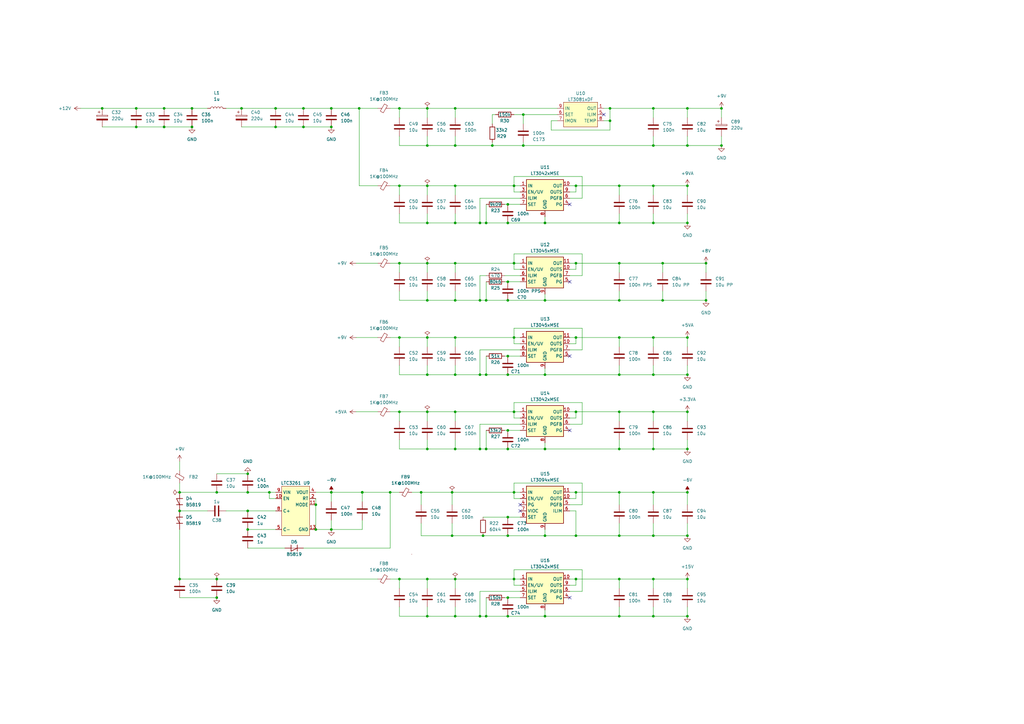
<source format=kicad_sch>
(kicad_sch (version 20211123) (generator eeschema)
  (paper "A3")
  (title_block (title "Kirdy") (date "2022-07-03") (rev "r0.1") (company "M-Labs") (comment 1 "Alex Wong Tat Hang"))
  (junction (at 175.26 237.49))
  (junction (at 223.52 184.15))
  (junction (at 236.22 76.2))
  (junction (at 210.82 201.93))
  (junction (at 78.74 44.45))
  (junction (at 210.82 76.2))
  (junction (at 236.22 168.91))
  (junction (at 185.42 219.71))
  (junction (at 101.6 217.17))
  (junction (at 254 184.15))
  (junction (at 208.28 245.11))
  (junction (at 185.42 201.93))
  (junction (at 208.28 176.53))
  (junction (at 135.89 217.17))
  (junction (at 147.32 44.45))
  (junction (at 210.82 138.43))
  (junction (at 254 91.44))
  (junction (at 148.556 201.93))
  (junction (at 250.19 49.53))
  (junction (at 208.28 252.73))
  (junction (at 196.85 184.15))
  (junction (at 88.9 237.49))
  (junction (at 199.39 252.73))
  (junction (at 186.69 138.43))
  (junction (at 208.28 184.15))
  (junction (at 78.74 52.07))
  (junction (at 267.97 44.45))
  (junction (at 267.97 76.2))
  (junction (at 199.39 153.67))
  (junction (at 254 237.49))
  (junction (at 163.83 76.2))
  (junction (at 289.56 107.95))
  (junction (at 210.82 107.95))
  (junction (at 99.06 44.45))
  (junction (at 67.31 52.07))
  (junction (at 175.26 59.69))
  (junction (at 267.97 201.93))
  (junction (at 113.03 52.07))
  (junction (at 175.26 153.67))
  (junction (at 175.26 91.44))
  (junction (at 41.91 44.45))
  (junction (at 281.94 138.43))
  (junction (at 267.97 138.43))
  (junction (at 175.26 107.95))
  (junction (at 196.85 91.44))
  (junction (at 199.39 123.19))
  (junction (at 267.97 252.73))
  (junction (at 281.94 237.49))
  (junction (at 186.69 252.73))
  (junction (at 208.28 123.19))
  (junction (at 254 219.71))
  (junction (at 148.59 201.93))
  (junction (at 223.52 153.67))
  (junction (at 223.52 91.44))
  (junction (at 250.19 44.45))
  (junction (at 101.6 209.55))
  (junction (at 281.94 76.2))
  (junction (at 281.94 201.93))
  (junction (at 281.94 168.91))
  (junction (at 186.69 107.95))
  (junction (at 289.56 123.19))
  (junction (at 295.91 44.45))
  (junction (at 186.69 237.49))
  (junction (at 186.69 184.15))
  (junction (at 163.83 168.91))
  (junction (at 236.22 219.71))
  (junction (at 214.63 59.69))
  (junction (at 254 168.91))
  (junction (at 281.94 252.73))
  (junction (at 223.52 123.19))
  (junction (at 186.69 76.2))
  (junction (at 198.12 219.71))
  (junction (at 281.94 184.15))
  (junction (at 281.94 44.45))
  (junction (at 135.89 201.93))
  (junction (at 186.69 91.44))
  (junction (at 267.97 168.91))
  (junction (at 175.26 168.91))
  (junction (at 281.94 219.71))
  (junction (at 160.02 201.93))
  (junction (at 186.69 59.69))
  (junction (at 208.28 83.82))
  (junction (at 135.89 52.07))
  (junction (at 236.22 201.93))
  (junction (at 113.03 44.45))
  (junction (at 254 153.67))
  (junction (at 254 138.43))
  (junction (at 210.82 168.91))
  (junction (at 281.94 91.44))
  (junction (at 267.97 59.69))
  (junction (at 267.97 184.15))
  (junction (at 271.78 123.19))
  (junction (at 254 76.2))
  (junction (at 101.6 201.93))
  (junction (at 163.83 138.43))
  (junction (at 186.69 123.19))
  (junction (at 175.26 252.73))
  (junction (at 135.89 44.45))
  (junction (at 196.85 123.19))
  (junction (at 208.28 91.44))
  (junction (at 172.72 201.93))
  (junction (at 208.28 153.67))
  (junction (at 73.66 209.55))
  (junction (at 201.93 59.69))
  (junction (at 267.97 237.49))
  (junction (at 208.28 212.09))
  (junction (at 196.85 252.73))
  (junction (at 124.46 52.07))
  (junction (at 175.26 184.15))
  (junction (at 163.83 107.95))
  (junction (at 186.69 153.67))
  (junction (at 88.9 201.93))
  (junction (at 254 201.93))
  (junction (at 110.49 201.93))
  (junction (at 208.28 115.57))
  (junction (at 236.22 107.95))
  (junction (at 267.97 219.71))
  (junction (at 208.28 146.05))
  (junction (at 223.52 252.73))
  (junction (at 73.66 201.93))
  (junction (at 175.26 123.19))
  (junction (at 295.91 59.69))
  (junction (at 281.94 59.69))
  (junction (at 55.88 52.07))
  (junction (at 236.22 237.49))
  (junction (at 281.94 153.67))
  (junction (at 223.52 219.71))
  (junction (at 208.28 219.71))
  (junction (at 214.63 46.99))
  (junction (at 271.78 107.95))
  (junction (at 175.26 76.2))
  (junction (at 175.26 138.43))
  (junction (at 163.83 44.45))
  (junction (at 199.39 184.15))
  (junction (at 101.6 194.31))
  (junction (at 88.9 245.11))
  (junction (at 267.97 91.44))
  (junction (at 254 123.19))
  (junction (at 175.26 44.45))
  (junction (at 210.82 237.49))
  (junction (at 254 252.73))
  (junction (at 73.66 237.49))
  (junction (at 163.83 237.49))
  (junction (at 186.69 168.91))
  (junction (at 129.54 207.01))
  (junction (at 67.31 44.45))
  (junction (at 267.97 153.67))
  (junction (at 124.46 44.45))
  (junction (at 55.88 44.45))
  (junction (at 186.69 44.45))
  (junction (at 254 107.95))
  (junction (at 129.54 217.17))
  (junction (at 236.22 138.43))
  (junction (at 199.39 91.44))
  (junction (at 196.85 153.67))
  (no_connect (at 233.68 115.57))
  (no_connect (at 233.68 176.53))
  (no_connect (at 233.68 245.11))
  (no_connect (at 247.65 46.99))
  (no_connect (at 213.36 209.55))
  (no_connect (at 213.36 207.01))
  (no_connect (at 233.68 83.82))
  (no_connect (at 233.68 146.05))
  (wire (pts (xy 88.9 201.93) (xy 101.6 201.93)))
  (wire (pts (xy 207.01 176.53) (xy 208.28 176.53)))
  (wire (pts (xy 267.97 214.63) (xy 267.97 219.71)))
  (wire (pts (xy 267.97 153.67) (xy 267.97 149.86)))
  (wire (pts (xy 196.85 81.28) (xy 196.85 91.44)))
  (wire (pts (xy 175.26 241.3) (xy 175.26 237.49)))
  (wire (pts (xy 160.02 237.49) (xy 163.83 237.49)))
  (wire (pts (xy 254 237.49) (xy 254 241.3)))
  (wire (pts (xy 233.68 140.97) (xy 236.22 140.97)))
  (wire (pts (xy 148.59 201.93) (xy 148.59 205.74)))
  (wire (pts (xy 281.94 252.73) (xy 281.94 248.92)))
  (wire (pts (xy 254 107.95) (xy 254 111.76)))
  (wire (pts (xy 135.89 213.36) (xy 135.89 217.17)))
  (wire (pts (xy 163.83 252.73) (xy 163.83 248.92)))
  (wire (pts (xy 208.28 176.53) (xy 213.36 176.53)))
  (wire (pts (xy 124.46 44.45) (xy 135.89 44.45)))
  (wire (pts (xy 135.89 217.17) (xy 129.54 217.17)))
  (wire (pts (xy 201.93 58.42) (xy 201.93 59.69)))
  (wire (pts (xy 196.85 91.44) (xy 199.39 91.44)))
  (wire (pts (xy 271.78 107.95) (xy 271.78 111.76)))
  (wire (pts (xy 267.97 252.73) (xy 281.94 252.73)))
  (wire (pts (xy 160.02 107.95) (xy 163.83 107.95)))
  (wire (pts (xy 186.69 172.72) (xy 186.69 168.91)))
  (wire (pts (xy 196.85 113.03) (xy 199.39 113.03)))
  (wire (pts (xy 236.22 219.71) (xy 223.52 219.71)))
  (wire (pts (xy 175.26 123.19) (xy 186.69 123.19)))
  (wire (pts (xy 175.26 252.73) (xy 175.26 248.92)))
  (wire (pts (xy 186.69 123.19) (xy 196.85 123.19)))
  (wire (pts (xy 185.42 219.71) (xy 198.12 219.71)))
  (wire (pts (xy 201.93 50.8) (xy 201.93 46.99)))
  (wire (pts (xy 267.97 153.67) (xy 281.94 153.67)))
  (wire (pts (xy 207.01 115.57) (xy 208.28 115.57)))
  (wire (pts (xy 175.26 123.19) (xy 175.26 119.38)))
  (wire (pts (xy 210.82 76.2) (xy 213.36 76.2)))
  (wire (pts (xy 163.83 59.69) (xy 175.26 59.69)))
  (wire (pts (xy 210.82 237.49) (xy 213.36 237.49)))
  (wire (pts (xy 254 219.71) (xy 254 214.63)))
  (wire (pts (xy 199.39 184.15) (xy 208.28 184.15)))
  (wire (pts (xy 129.54 201.93) (xy 135.89 201.93)))
  (wire (pts (xy 175.26 142.24) (xy 175.26 138.43)))
  (wire (pts (xy 199.39 252.73) (xy 208.28 252.73)))
  (wire (pts (xy 186.69 80.01) (xy 186.69 76.2)))
  (wire (pts (xy 199.39 245.11) (xy 199.39 252.73)))
  (wire (pts (xy 172.72 214.63) (xy 172.72 219.71)))
  (wire (pts (xy 92.71 209.55) (xy 101.6 209.55)))
  (wire (pts (xy 208.28 184.15) (xy 223.52 184.15)))
  (wire (pts (xy 175.26 184.15) (xy 186.69 184.15)))
  (wire (pts (xy 208.28 91.44) (xy 223.52 91.44)))
  (wire (pts (xy 213.36 204.47) (xy 210.82 204.47)))
  (wire (pts (xy 135.89 44.45) (xy 147.32 44.45)))
  (wire (pts (xy 254 219.71) (xy 267.97 219.71)))
  (wire (pts (xy 208.28 115.57) (xy 213.36 115.57)))
  (wire (pts (xy 163.83 252.73) (xy 175.26 252.73)))
  (wire (pts (xy 185.42 201.93) (xy 210.82 201.93)))
  (wire (pts (xy 186.69 168.91) (xy 210.82 168.91)))
  (wire (pts (xy 199.39 115.57) (xy 199.39 123.19)))
  (wire (pts (xy 175.26 76.2) (xy 186.69 76.2)))
  (wire (pts (xy 186.69 91.44) (xy 186.69 87.63)))
  (wire (pts (xy 199.39 146.05) (xy 199.39 153.67)))
  (wire (pts (xy 254 153.67) (xy 254 149.86)))
  (wire (pts (xy 238.76 134.62) (xy 210.82 134.62)))
  (wire (pts (xy 199.39 153.67) (xy 208.28 153.67)))
  (wire (pts (xy 172.72 219.71) (xy 185.42 219.71)))
  (wire (pts (xy 223.52 91.44) (xy 254 91.44)))
  (wire (pts (xy 236.22 240.03) (xy 236.22 237.49)))
  (wire (pts (xy 101.6 224.79) (xy 116.84 224.79)))
  (wire (pts (xy 198.12 219.71) (xy 208.28 219.71)))
  (wire (pts (xy 254 184.15) (xy 254 180.34)))
  (wire (pts (xy 210.82 140.97) (xy 210.82 138.43)))
  (wire (pts (xy 55.88 52.07) (xy 67.31 52.07)))
  (wire (pts (xy 196.85 81.28) (xy 213.36 81.28)))
  (wire (pts (xy 148.556 201.93) (xy 148.59 201.93)))
  (wire (pts (xy 281.94 59.69) (xy 267.97 59.69)))
  (wire (pts (xy 226.06 49.53) (xy 228.6 49.53)))
  (wire (pts (xy 213.36 110.49) (xy 210.82 110.49)))
  (wire (pts (xy 254 107.95) (xy 271.78 107.95)))
  (wire (pts (xy 267.97 91.44) (xy 267.97 87.63)))
  (wire (pts (xy 223.52 250.19) (xy 223.52 252.73)))
  (wire (pts (xy 254 123.19) (xy 254 119.38)))
  (wire (pts (xy 254 201.93) (xy 267.97 201.93)))
  (wire (pts (xy 186.69 44.45) (xy 228.6 44.45)))
  (wire (pts (xy 196.85 173.99) (xy 213.36 173.99)))
  (wire (pts (xy 175.26 184.15) (xy 175.26 180.34)))
  (wire (pts (xy 233.68 113.03) (xy 238.76 113.03)))
  (wire (pts (xy 210.82 107.95) (xy 213.36 107.95)))
  (wire (pts (xy 186.69 241.3) (xy 186.69 237.49)))
  (wire (pts (xy 254 237.49) (xy 267.97 237.49)))
  (wire (pts (xy 146.05 168.91) (xy 154.94 168.91)))
  (wire (pts (xy 236.22 237.49) (xy 254 237.49)))
  (wire (pts (xy 210.82 201.93) (xy 213.36 201.93)))
  (wire (pts (xy 250.19 44.45) (xy 250.19 49.53)))
  (wire (pts (xy 207.01 245.11) (xy 208.28 245.11)))
  (wire (pts (xy 210.82 78.74) (xy 210.82 76.2)))
  (wire (pts (xy 196.85 252.73) (xy 199.39 252.73)))
  (wire (pts (xy 186.69 153.67) (xy 196.85 153.67)))
  (wire (pts (xy 236.22 219.71) (xy 254 219.71)))
  (wire (pts (xy 210.82 138.43) (xy 213.36 138.43)))
  (wire (pts (xy 73.66 198.12) (xy 73.66 201.93)))
  (wire (pts (xy 238.76 173.99) (xy 238.76 165.1)))
  (wire (pts (xy 175.26 172.72) (xy 175.26 168.91)))
  (wire (pts (xy 113.03 52.07) (xy 124.46 52.07)))
  (wire (pts (xy 73.66 237.49) (xy 73.66 217.17)))
  (wire (pts (xy 238.76 165.1) (xy 210.82 165.1)))
  (wire (pts (xy 208.28 123.19) (xy 223.52 123.19)))
  (wire (pts (xy 113.03 44.45) (xy 124.46 44.45)))
  (wire (pts (xy 281.94 76.2) (xy 281.94 80.01)))
  (wire (pts (xy 163.83 172.72) (xy 163.83 168.91)))
  (wire (pts (xy 281.94 184.15) (xy 281.94 180.34)))
  (wire (pts (xy 201.93 46.99) (xy 203.2 46.99)))
  (wire (pts (xy 238.76 104.14) (xy 210.82 104.14)))
  (wire (pts (xy 210.82 240.03) (xy 210.82 237.49)))
  (wire (pts (xy 281.94 168.91) (xy 281.94 172.72)))
  (wire (pts (xy 163.83 107.95) (xy 175.26 107.95)))
  (wire (pts (xy 233.68 143.51) (xy 238.76 143.51)))
  (wire (pts (xy 267.97 48.26) (xy 267.97 44.45)))
  (wire (pts (xy 196.85 113.03) (xy 196.85 123.19)))
  (wire (pts (xy 236.22 201.93) (xy 254 201.93)))
  (wire (pts (xy 73.66 237.49) (xy 88.9 237.49)))
  (wire (pts (xy 175.26 168.91) (xy 186.69 168.91)))
  (wire (pts (xy 233.68 240.03) (xy 236.22 240.03)))
  (wire (pts (xy 201.93 59.69) (xy 214.63 59.69)))
  (wire (pts (xy 175.26 44.45) (xy 186.69 44.45)))
  (wire (pts (xy 160.02 44.45) (xy 163.83 44.45)))
  (wire (pts (xy 124.46 52.07) (xy 135.89 52.07)))
  (wire (pts (xy 236.22 138.43) (xy 254 138.43)))
  (wire (pts (xy 110.49 201.93) (xy 113.03 201.93)))
  (wire (pts (xy 233.68 173.99) (xy 238.76 173.99)))
  (wire (pts (xy 210.82 134.62) (xy 210.82 138.43)))
  (wire (pts (xy 267.97 76.2) (xy 267.97 80.01)))
  (wire (pts (xy 267.97 138.43) (xy 281.94 138.43)))
  (wire (pts (xy 267.97 44.45) (xy 281.94 44.45)))
  (wire (pts (xy 254 91.44) (xy 267.97 91.44)))
  (wire (pts (xy 271.78 123.19) (xy 271.78 119.38)))
  (wire (pts (xy 214.63 46.99) (xy 228.6 46.99)))
  (wire (pts (xy 238.76 113.03) (xy 238.76 104.14)))
  (wire (pts (xy 223.52 151.13) (xy 223.52 153.67)))
  (wire (pts (xy 233.68 138.43) (xy 236.22 138.43)))
  (wire (pts (xy 163.83 59.69) (xy 163.83 55.88)))
  (wire (pts (xy 233.68 81.28) (xy 238.76 81.28)))
  (wire (pts (xy 196.85 153.67) (xy 199.39 153.67)))
  (wire (pts (xy 163.83 123.19) (xy 175.26 123.19)))
  (wire (pts (xy 223.52 181.61) (xy 223.52 184.15)))
  (wire (pts (xy 113.03 204.47) (xy 110.49 204.47)))
  (wire (pts (xy 73.66 245.11) (xy 88.9 245.11)))
  (wire (pts (xy 186.69 59.69) (xy 201.93 59.69)))
  (wire (pts (xy 186.69 153.67) (xy 186.69 149.86)))
  (wire (pts (xy 186.69 123.19) (xy 186.69 119.38)))
  (wire (pts (xy 233.68 76.2) (xy 236.22 76.2)))
  (wire (pts (xy 185.42 214.63) (xy 185.42 219.71)))
  (wire (pts (xy 208.28 252.73) (xy 223.52 252.73)))
  (wire (pts (xy 175.26 252.73) (xy 186.69 252.73)))
  (wire (pts (xy 168.91 201.93) (xy 172.72 201.93)))
  (wire (pts (xy 186.69 48.26) (xy 186.69 44.45)))
  (wire (pts (xy 135.89 201.93) (xy 148.556 201.93)))
  (wire (pts (xy 281.94 44.45) (xy 295.91 44.45)))
  (wire (pts (xy 199.39 176.53) (xy 199.39 184.15)))
  (wire (pts (xy 254 168.91) (xy 254 172.72)))
  (wire (pts (xy 254 201.93) (xy 254 207.01)))
  (wire (pts (xy 185.42 201.93) (xy 185.42 207.01)))
  (wire (pts (xy 135.89 201.93) (xy 135.89 205.74)))
  (wire (pts (xy 213.36 78.74) (xy 210.82 78.74)))
  (wire (pts (xy 281.94 48.26) (xy 281.94 44.45)))
  (wire (pts (xy 163.83 237.49) (xy 175.26 237.49)))
  (wire (pts (xy 196.85 143.51) (xy 213.36 143.51)))
  (wire (pts (xy 186.69 252.73) (xy 186.69 248.92)))
  (wire (pts (xy 175.26 153.67) (xy 175.26 149.86)))
  (wire (pts (xy 233.68 168.91) (xy 236.22 168.91)))
  (wire (pts (xy 226.06 49.53) (xy 226.06 53.34)))
  (wire (pts (xy 186.69 138.43) (xy 210.82 138.43)))
  (wire (pts (xy 250.19 49.53) (xy 247.65 49.53)))
  (wire (pts (xy 254 123.19) (xy 271.78 123.19)))
  (wire (pts (xy 233.68 171.45) (xy 236.22 171.45)))
  (wire (pts (xy 254 91.44) (xy 254 87.63)))
  (wire (pts (xy 238.76 81.28) (xy 238.76 72.39)))
  (wire (pts (xy 214.63 46.99) (xy 214.63 50.8)))
  (wire (pts (xy 213.36 240.03) (xy 210.82 240.03)))
  (wire (pts (xy 236.22 209.55) (xy 236.22 219.71)))
  (wire (pts (xy 163.83 80.01) (xy 163.83 76.2)))
  (wire (pts (xy 223.52 123.19) (xy 254 123.19)))
  (wire (pts (xy 254 153.67) (xy 267.97 153.67)))
  (wire (pts (xy 101.6 217.17) (xy 113.03 217.17)))
  (wire (pts (xy 163.83 241.3) (xy 163.83 237.49)))
  (wire (pts (xy 233.68 242.57) (xy 238.76 242.57)))
  (wire (pts (xy 236.22 168.91) (xy 254 168.91)))
  (wire (pts (xy 223.52 219.71) (xy 223.52 217.17)))
  (wire (pts (xy 160.02 224.79) (xy 160.02 201.93)))
  (wire (pts (xy 163.83 48.26) (xy 163.83 44.45)))
  (wire (pts (xy 250.19 53.34) (xy 250.19 49.53)))
  (wire (pts (xy 78.74 44.45) (xy 85.09 44.45)))
  (wire (pts (xy 214.63 58.42) (xy 214.63 59.69)))
  (wire (pts (xy 267.97 201.93) (xy 281.94 201.93)))
  (wire (pts (xy 148.59 217.17) (xy 135.89 217.17)))
  (wire (pts (xy 92.71 44.45) (xy 99.06 44.45)))
  (wire (pts (xy 295.91 44.45) (xy 295.91 48.26)))
  (wire (pts (xy 175.26 48.26) (xy 175.26 44.45)))
  (wire (pts (xy 163.83 153.67) (xy 175.26 153.67)))
  (wire (pts (xy 175.26 153.67) (xy 186.69 153.67)))
  (wire (pts (xy 160.02 201.93) (xy 163.83 201.93)))
  (wire (pts (xy 267.97 237.49) (xy 281.94 237.49)))
  (wire (pts (xy 175.26 111.76) (xy 175.26 107.95)))
  (wire (pts (xy 110.49 204.47) (xy 110.49 201.93)))
  (wire (pts (xy 175.26 59.69) (xy 175.26 55.88)))
  (wire (pts (xy 210.82 168.91) (xy 213.36 168.91)))
  (wire (pts (xy 267.97 201.93) (xy 267.97 207.01)))
  (wire (pts (xy 198.12 212.09) (xy 208.28 212.09)))
  (wire (pts (xy 254 252.73) (xy 254 248.92)))
  (wire (pts (xy 233.68 78.74) (xy 236.22 78.74)))
  (wire (pts (xy 172.72 201.93) (xy 172.72 207.01)))
  (wire (pts (xy 210.82 110.49) (xy 210.82 107.95)))
  (wire (pts (xy 33.02 44.45) (xy 41.91 44.45)))
  (wire (pts (xy 238.76 72.39) (xy 210.82 72.39)))
  (wire (pts (xy 199.39 123.19) (xy 208.28 123.19)))
  (wire (pts (xy 254 252.73) (xy 267.97 252.73)))
  (wire (pts (xy 236.22 107.95) (xy 254 107.95)))
  (wire (pts (xy 236.22 140.97) (xy 236.22 138.43)))
  (wire (pts (xy 129.54 207.01) (xy 129.54 217.17)))
  (wire (pts (xy 267.97 252.73) (xy 267.97 248.92)))
  (wire (pts (xy 233.68 110.49) (xy 236.22 110.49)))
  (wire (pts (xy 41.91 44.45) (xy 55.88 44.45)))
  (wire (pts (xy 186.69 59.69) (xy 186.69 55.88)))
  (wire (pts (xy 163.83 76.2) (xy 175.26 76.2)))
  (wire (pts (xy 154.94 76.2) (xy 147.32 76.2)))
  (wire (pts (xy 267.97 55.88) (xy 267.97 59.69)))
  (wire (pts (xy 163.83 153.67) (xy 163.83 149.86)))
  (wire (pts (xy 271.78 123.19) (xy 289.56 123.19)))
  (wire (pts (xy 175.26 107.95) (xy 186.69 107.95)))
  (wire (pts (xy 196.85 242.57) (xy 196.85 252.73)))
  (wire (pts (xy 267.97 91.44) (xy 281.94 91.44)))
  (wire (pts (xy 73.66 209.55) (xy 85.09 209.55)))
  (wire (pts (xy 186.69 237.49) (xy 210.82 237.49)))
  (wire (pts (xy 101.6 201.93) (xy 110.49 201.93)))
  (wire (pts (xy 99.06 44.45) (xy 113.03 44.45)))
  (wire (pts (xy 186.69 184.15) (xy 186.69 180.34)))
  (wire (pts (xy 236.22 110.49) (xy 236.22 107.95)))
  (wire (pts (xy 73.66 189.23) (xy 73.66 193.04)))
  (wire (pts (xy 210.82 46.99) (xy 214.63 46.99)))
  (wire (pts (xy 147.32 44.45) (xy 147.32 76.2)))
  (wire (pts (xy 146.05 107.95) (xy 154.94 107.95)))
  (wire (pts (xy 175.26 91.44) (xy 186.69 91.44)))
  (wire (pts (xy 233.68 107.95) (xy 236.22 107.95)))
  (wire (pts (xy 210.82 72.39) (xy 210.82 76.2)))
  (wire (pts (xy 254 76.2) (xy 267.97 76.2)))
  (wire (pts (xy 233.68 237.49) (xy 236.22 237.49)))
  (wire (pts (xy 196.85 123.19) (xy 199.39 123.19)))
  (wire (pts (xy 238.76 198.12) (xy 210.82 198.12)))
  (wire (pts (xy 247.65 44.45) (xy 250.19 44.45)))
  (wire (pts (xy 146.05 138.43) (xy 154.94 138.43)))
  (wire (pts (xy 196.85 143.51) (xy 196.85 153.67)))
  (wire (pts (xy 281.94 91.44) (xy 281.94 87.63)))
  (wire (pts (xy 41.91 52.07) (xy 55.88 52.07)))
  (wire (pts (xy 196.85 173.99) (xy 196.85 184.15)))
  (wire (pts (xy 281.94 138.43) (xy 281.94 142.24)))
  (wire (pts (xy 281.94 153.67) (xy 281.94 149.86)))
  (wire (pts (xy 233.68 204.47) (xy 236.22 204.47)))
  (wire (pts (xy 88.9 237.49) (xy 154.94 237.49)))
  (wire (pts (xy 199.39 91.44) (xy 208.28 91.44)))
  (wire (pts (xy 238.76 207.01) (xy 238.76 198.12)))
  (wire (pts (xy 163.83 168.91) (xy 175.26 168.91)))
  (wire (pts (xy 236.22 78.74) (xy 236.22 76.2)))
  (wire (pts (xy 207.01 146.05) (xy 208.28 146.05)))
  (wire (pts (xy 196.85 184.15) (xy 199.39 184.15)))
  (wire (pts (xy 226.06 53.34) (xy 250.19 53.34)))
  (wire (pts (xy 196.85 242.57) (xy 213.36 242.57)))
  (wire (pts (xy 208.28 153.67) (xy 223.52 153.67)))
  (wire (pts (xy 210.82 171.45) (xy 210.82 168.91)))
  (wire (pts (xy 186.69 76.2) (xy 210.82 76.2)))
  (wire (pts (xy 210.82 198.12) (xy 210.82 201.93)))
  (wire (pts (xy 214.63 59.69) (xy 267.97 59.69)))
  (wire (pts (xy 147.32 44.45) (xy 154.94 44.45)))
  (wire (pts (xy 213.36 140.97) (xy 210.82 140.97)))
  (wire (pts (xy 238.76 242.57) (xy 238.76 233.68)))
  (wire (pts (xy 88.9 194.31) (xy 101.6 194.31)))
  (wire (pts (xy 289.56 123.19) (xy 289.56 119.38)))
  (wire (pts (xy 267.97 168.91) (xy 267.97 172.72)))
  (wire (pts (xy 267.97 76.2) (xy 281.94 76.2)))
  (wire (pts (xy 186.69 142.24) (xy 186.69 138.43)))
  (wire (pts (xy 295.91 55.88) (xy 295.91 59.69)))
  (wire (pts (xy 67.31 52.07) (xy 78.74 52.07)))
  (wire (pts (xy 210.82 204.47) (xy 210.82 201.93)))
  (wire (pts (xy 238.76 233.68) (xy 210.82 233.68)))
  (wire (pts (xy 254 138.43) (xy 267.97 138.43)))
  (wire (pts (xy 223.52 120.65) (xy 223.52 123.19)))
  (wire (pts (xy 267.97 219.71) (xy 281.94 219.71)))
  (wire (pts (xy 208.28 245.11) (xy 213.36 245.11)))
  (wire (pts (xy 223.52 88.9) (xy 223.52 91.44)))
  (wire (pts (xy 267.97 237.49) (xy 267.97 241.3)))
  (wire (pts (xy 254 184.15) (xy 267.97 184.15)))
  (wire (pts (xy 236.22 171.45) (xy 236.22 168.91)))
  (wire (pts (xy 210.82 233.68) (xy 210.82 237.49)))
  (wire (pts (xy 163.83 111.76) (xy 163.83 107.95)))
  (wire (pts (xy 55.88 44.45) (xy 67.31 44.45)))
  (wire (pts (xy 199.39 83.82) (xy 199.39 91.44)))
  (wire (pts (xy 160.02 168.91) (xy 163.83 168.91)))
  (wire (pts (xy 124.46 224.79) (xy 160.02 224.79)))
  (wire (pts (xy 254 138.43) (xy 254 142.24)))
  (wire (pts (xy 208.28 212.09) (xy 213.36 212.09)))
  (wire (pts (xy 210.82 165.1) (xy 210.82 168.91)))
  (wire (pts (xy 271.78 107.95) (xy 289.56 107.95)))
  (wire (pts (xy 160.02 76.2) (xy 163.83 76.2)))
  (wire (pts (xy 163.83 123.19) (xy 163.83 119.38)))
  (wire (pts (xy 67.31 44.45) (xy 78.74 44.45)))
  (wire (pts (xy 175.26 59.69) (xy 186.69 59.69)))
  (wire (pts (xy 163.83 184.15) (xy 175.26 184.15)))
  (wire (pts (xy 208.28 146.05) (xy 213.36 146.05)))
  (wire (pts (xy 175.26 237.49) (xy 186.69 237.49)))
  (wire (pts (xy 254 168.91) (xy 267.97 168.91)))
  (wire (pts (xy 186.69 111.76) (xy 186.69 107.95)))
  (wire (pts (xy 160.02 201.93) (xy 148.59 201.93)))
  (wire (pts (xy 172.72 201.93) (xy 185.42 201.93)))
  (wire (pts (xy 175.26 91.44) (xy 175.26 87.63)))
  (wire (pts (xy 281.94 201.93) (xy 281.94 207.01)))
  (wire (pts (xy 99.06 52.07) (xy 113.03 52.07)))
  (wire (pts (xy 101.6 209.55) (xy 113.03 209.55)))
  (wire (pts (xy 223.52 153.67) (xy 254 153.67)))
  (wire (pts (xy 238.76 143.51) (xy 238.76 134.62)))
  (wire (pts (xy 73.66 201.93) (xy 88.9 201.93)))
  (wire (pts (xy 175.26 138.43) (xy 186.69 138.43)))
  (wire (pts (xy 186.69 107.95) (xy 210.82 107.95)))
  (wire (pts (xy 267.97 168.91) (xy 281.94 168.91)))
  (wire (pts (xy 233.68 207.01) (xy 238.76 207.01)))
  (wire (pts (xy 163.83 91.44) (xy 175.26 91.44)))
  (wire (pts (xy 236.22 76.2) (xy 254 76.2)))
  (wire (pts (xy 236.22 204.47) (xy 236.22 201.93)))
  (wire (pts (xy 250.19 44.45) (xy 267.97 44.45)))
  (wire (pts (xy 160.02 138.43) (xy 163.83 138.43)))
  (wire (pts (xy 208.28 219.71) (xy 223.52 219.71)))
  (wire (pts (xy 236.22 209.55) (xy 233.68 209.55)))
  (wire (pts (xy 186.69 184.15) (xy 196.85 184.15)))
  (wire (pts (xy 267.97 184.15) (xy 267.97 180.34)))
  (wire (pts (xy 207.01 83.82) (xy 208.28 83.82)))
  (wire (pts (xy 267.97 138.43) (xy 267.97 142.24)))
  (wire (pts (xy 213.36 171.45) (xy 210.82 171.45)))
  (wire (pts (xy 233.68 201.93) (xy 236.22 201.93)))
  (wire (pts (xy 254 76.2) (xy 254 80.01)))
  (wire (pts (xy 163.83 44.45) (xy 175.26 44.45)))
  (wire (pts (xy 223.52 184.15) (xy 254 184.15)))
  (wire (pts (xy 163.83 138.43) (xy 175.26 138.43)))
  (wire (pts (xy 208.28 83.82) (xy 213.36 83.82)))
  (wire (pts (xy 186.69 91.44) (xy 196.85 91.44)))
  (wire (pts (xy 163.83 91.44) (xy 163.83 87.63)))
  (wire (pts (xy 289.56 107.95) (xy 289.56 111.76)))
  (wire (pts (xy 281.94 237.49) (xy 281.94 241.3)))
  (wire (pts (xy 148.59 213.36) (xy 148.59 217.17)))
  (wire (pts (xy 281.94 55.88) (xy 281.94 59.69)))
  (wire (pts (xy 129.54 204.47) (xy 129.54 207.01)))
  (wire (pts (xy 281.94 59.69) (xy 295.91 59.69)))
  (wire (pts (xy 223.52 252.73) (xy 254 252.73)))
  (wire (pts (xy 186.69 252.73) (xy 196.85 252.73)))
  (wire (pts (xy 267.97 184.15) (xy 281.94 184.15)))
  (wire (pts (xy 210.82 104.14) (xy 210.82 107.95)))
  (wire (pts (xy 281.94 214.63) (xy 281.94 219.71)))
  (wire (pts (xy 175.26 80.01) (xy 175.26 76.2)))
  (wire (pts (xy 163.83 184.15) (xy 163.83 180.34)))
  (wire (pts (xy 207.01 113.03) (xy 213.36 113.03)))
  (wire (pts (xy 163.83 142.24) (xy 163.83 138.43)))
  (symbol (lib_id "Device:R") (at 198.12 215.9 0) (unit 1)
    (property "Reference" "R22" (at 200.66 214.6299 0) (effects (justify left)))
    (property "Value" "60k4" (at 200.66 217.1699 0) (effects (justify left)))
    (property "Footprint" "Resistor_SMD:R_0603_1608Metric" (effects hide))
    (property "MFR_PN" "RT0603FRE0760K4L" (effects hide))
    (property "MFR_PN_ALT" "RC0603FR-0760K4L" (effects hide))
  )
  (symbol (lib_id "Device:C") (at 254 83.82 0) (unit 1)
    (property "Reference" "C76" (at 257.81 82.5499 0) (effects (justify left)))
    (property "Value" "100n" (at 257.81 85.0899 0) (effects (justify left)))
    (property "Footprint" "Capacitor_SMD:C_0603_1608Metric" (effects hide))
    (property "MFR_PN" "CL10B104KB8NNWC" (effects hide))
    (property "MFR_PN_ALT" "CL10B104KB8NNNL" (effects hide))
  )
  (symbol (lib_id "power:+5VA") (at 281.94 138.43 0) (unit 1)
    (property "Reference" "#PWR074" (effects hide))
    (property "Value" "+5VA" (at 281.94 133.35 0))
  )
  (symbol (lib_id "Device:C") (at 101.6 213.36 0) (unit 1)
    (property "Reference" "C42" (at 105.41 212.0899 0) (effects (justify left)))
    (property "Value" "1u" (at 105.41 214.6299 0) (effects (justify left)))
    (property "Footprint" "Capacitor_SMD:C_0603_1608Metric" (effects hide))
    (property "MFR_PN" "CL10B105KA8NNNC" (effects hide))
    (property "MFR_PN_ALT" "CGA3E1X7R1E105K080AC" (effects hide))
  )
  (symbol (lib_id "power:PWR_FLAG") (at 175.26 76.2 0) (unit 1)
    (property "Reference" "#FLG0106" (effects hide))
    (property "Value" "PWR_FLAG" (effects hide))
  )
  (symbol (lib_id "Device:C") (at 148.59 209.55 0) (unit 1)
    (property "Reference" "C48" (at 152.4 208.2799 0) (effects (justify left)))
    (property "Value" "10u" (at 152.4 210.8199 0) (effects (justify left)))
    (property "Footprint" "Capacitor_SMD:C_0805_2012Metric" (effects hide))
    (property "MFR_PN" "CL21B106KOQNNNG" (effects hide))
    (property "MFR_PN_ALT" "CL21B106KOQNNNE" (effects hide))
  )
  (symbol (lib_id "Device:R") (at 203.2 83.82 90) (unit 1)
    (property "Reference" "R23" (at 203.2 86.36 90))
    (property "Value" "9k09" (at 203.2 83.82 90))
    (property "Footprint" "Resistor_SMD:R_0603_1608Metric" (effects hide))
    (property "MFR_PN" "CR0603-FX-9091ELF" (effects hide))
    (property "MFR_PN_ALT" "RK73H1JTTD9091F" (effects hide))
  )
  (symbol (lib_id "Device:R") (at 203.2 245.11 90) (unit 1)
    (property "Reference" "R28" (at 203.2 247.65 90))
    (property "Value" "150k" (at 203.2 245.11 90))
    (property "Footprint" "Resistor_SMD:R_0603_1608Metric" (effects hide))
    (property "MFR_PN" "CRGCQ0603F150K" (effects hide))
    (property "MFR_PN_ALT" "RMCF0603FG150K" (effects hide))
  )
  (symbol (lib_id "Device:C") (at 281.94 210.82 0) (unit 1)
    (property "Reference" "C94" (at 285.75 209.5499 0) (effects (justify left)))
    (property "Value" "10u" (at 285.75 212.0899 0) (effects (justify left)))
    (property "Footprint" "Capacitor_SMD:C_0805_2012Metric" (effects hide))
    (property "MFR_PN" "CL21B106KOQNNNG" (effects hide))
    (property "MFR_PN_ALT" "CL21B106KOQNNNE" (effects hide))
  )
  (symbol (lib_id "Device:C") (at 186.69 83.82 0) (unit 1)
    (property "Reference" "C64" (at 190.5 82.5499 0) (effects (justify left)))
    (property "Value" "100n" (at 190.5 85.0899 0) (effects (justify left)))
    (property "Footprint" "Capacitor_SMD:C_0603_1608Metric" (effects hide))
    (property "MFR_PN" "CL10B104KB8NNWC" (effects hide))
    (property "MFR_PN_ALT" "CL10B104KB8NNNL" (effects hide))
  )
  (symbol (lib_id "Device:C") (at 113.03 48.26 0) (unit 1)
    (property "Reference" "C44" (at 116.84 46.9899 0) (effects (justify left)))
    (property "Value" "10u" (at 116.84 49.5299 0) (effects (justify left)))
    (property "Footprint" "Capacitor_SMD:C_0805_2012Metric" (effects hide))
    (property "MFR_PN" "CL21B106KOQNNNG" (effects hide))
    (property "MFR_PN_ALT" "CL21B106KOQNNNE" (effects hide))
  )
  (symbol (lib_id "power:PWR_FLAG") (at 175.26 107.95 0) (unit 1)
    (property "Reference" "#FLG0108" (effects hide))
    (property "Value" "PWR_FLAG" (effects hide))
  )
  (symbol (lib_id "Device:FerriteBead_Small") (at 73.66 195.58 180) (unit 1)
    (property "Reference" "FB2" (at 77.47 195.58 0) (effects (justify right)))
    (property "Value" "1K@100MHz" (at 58.42 195.58 0) (effects (justify right)))
    (property "Footprint" "Inductor_SMD:L_1210_3225Metric" (effects hide))
    (property "MFR_PN" "FBMH3225HM102NT" (effects hide))
    (property "MFR_PN_ALT" "FBMH3225HM102NTV" (effects hide))
  )
  (symbol (lib_id "Device:C") (at 208.28 180.34 0) (unit 1)
    (property "Reference" "C72" (at 209.55 182.88 0) (effects (justify left)))
    (property "Value" "100n" (at 212.09 180.34 0) (effects (justify left)))
    (property "Footprint" "Capacitor_SMD:C_0603_1608Metric" (effects hide))
    (property "MFR_PN" "CL10B104KB8NNWC" (effects hide))
    (property "MFR_PN_ALT" "CL10B104KB8NNNL" (effects hide))
  )
  (symbol (lib_id "Device:C") (at 186.69 115.57 0) (unit 1)
    (property "Reference" "C65" (at 190.5 114.2999 0) (effects (justify left)))
    (property "Value" "100n" (at 190.5 116.8399 0) (effects (justify left)))
    (property "Footprint" "Capacitor_SMD:C_0603_1608Metric" (effects hide))
    (property "MFR_PN" "CL10B104KB8NNWC" (effects hide))
    (property "MFR_PN_ALT" "CL10B104KB8NNNL" (effects hide))
  )
  (symbol (lib_id "Device:C") (at 175.26 176.53 0) (unit 1)
    (property "Reference" "C60" (at 179.07 175.2599 0) (effects (justify left)))
    (property "Value" "10u" (at 179.07 177.7999 0) (effects (justify left)))
    (property "Footprint" "Capacitor_SMD:C_0805_2012Metric" (effects hide))
    (property "MFR_PN" "CL21B106KOQNNNG" (effects hide))
    (property "MFR_PN_ALT" "CL21B106KOQNNNE" (effects hide))
  )
  (symbol (lib_id "Device:C") (at 267.97 52.07 0) (unit 1)
    (property "Reference" "C75" (at 271.78 50.7999 0) (effects (justify left)))
    (property "Value" "100n" (at 271.78 53.3399 0) (effects (justify left)))
    (property "Footprint" "Capacitor_SMD:C_0603_1608Metric" (effects hide))
    (property "MFR_PN" "CL10B104KB8NNWC" (effects hide))
    (property "MFR_PN_ALT" "CL10B104KB8NNNL" (effects hide))
  )
  (symbol (lib_id "power:GND") (at 289.56 123.19 0) (unit 1)
    (property "Reference" "#PWR073" (effects hide))
    (property "Value" "GND" (at 289.56 128.27 0))
  )
  (symbol (lib_id "Device:C") (at 267.97 210.82 0) (unit 1)
    (property "Reference" "C87" (at 271.78 209.5499 0) (effects (justify left)))
    (property "Value" "10u" (at 271.78 212.0899 0) (effects (justify left)))
    (property "Footprint" "Capacitor_SMD:C_0805_2012Metric" (effects hide))
    (property "MFR_PN" "CL21B106KOQNNNG" (effects hide))
    (property "MFR_PN_ALT" "CL21B106KOQNNNE" (effects hide))
  )
  (symbol (lib_id "Device:C") (at 175.26 245.11 0) (unit 1)
    (property "Reference" "C61" (at 179.07 243.8399 0) (effects (justify left)))
    (property "Value" "10u" (at 179.07 246.3799 0) (effects (justify left)))
    (property "Footprint" "Capacitor_SMD:C_0805_2012Metric" (effects hide))
    (property "MFR_PN" "CL21B106KOQNNNG" (effects hide))
    (property "MFR_PN_ALT" "CL21B106KOQNNNE" (effects hide))
  )
  (symbol (lib_id "Device:C") (at 186.69 245.11 0) (unit 1)
    (property "Reference" "C68" (at 190.5 243.8399 0) (effects (justify left)))
    (property "Value" "100n" (at 190.5 246.3799 0) (effects (justify left)))
    (property "Footprint" "Capacitor_SMD:C_0603_1608Metric" (effects hide))
    (property "MFR_PN" "CL10B104KB8NNWC" (effects hide))
    (property "MFR_PN_ALT" "CL10B104KB8NNNL" (effects hide))
  )
  (symbol (lib_id "Device:R") (at 203.2 146.05 90) (unit 1)
    (property "Reference" "R26" (at 203.2 148.59 90))
    (property "Value" "51k" (at 203.2 146.05 90))
    (property "Footprint" "Resistor_SMD:R_0603_1608Metric" (effects hide))
    (property "MFR_PN" "RMCF0603FT51K0" (effects hide))
    (property "MFR_PN_ALT" "CR0603-FX-5102ELF" (effects hide))
  )
  (symbol (lib_id "Device:C") (at 175.26 52.07 0) (unit 1)
    (property "Reference" "C56" (at 179.07 50.7999 0) (effects (justify left)))
    (property "Value" "10u" (at 179.07 53.3399 0) (effects (justify left)))
    (property "Footprint" "Capacitor_SMD:C_0805_2012Metric" (effects hide))
    (property "MFR_PN" "CL21B106KOQNNNG" (effects hide))
    (property "MFR_PN_ALT" "CL21B106KOQNNNE" (effects hide))
  )
  (symbol (lib_id "Device:L") (at 88.9 44.45 90) (unit 1)
    (property "Reference" "L1" (at 88.9 38.1 90))
    (property "Value" "1u" (at 88.9 40.64 90))
    (property "Footprint" "Inductor_SMD:L_1008_2520Metric" (effects hide))
    (property "MFR_PN" "DFE252012F-1R0M=P2" (effects hide))
    (property "MFR_PN_ALT" "DFE252012P-1R0M=P2" (effects hide))
  )
  (symbol (lib_id "Device:D_Shockley") (at 73.66 213.36 90) (unit 1)
    (property "Reference" "D5" (at 76.2 212.0899 90) (effects (justify right)))
    (property "Value" "B5819" (at 76.2 214.6299 90) (effects (justify right)))
    (property "Footprint" "Diode_SMD:D_SOD-323" (effects hide))
    (property "MFR_PN" "B5819WS-TP" (effects hide))
  )
  (symbol (lib_id "Device:C_Polarized") (at 295.91 52.07 0) (unit 1)
    (property "Reference" "C89" (at 299.72 49.9109 0) (effects (justify left)))
    (property "Value" "220u" (at 299.72 52.4509 0) (effects (justify left)))
    (property "Footprint" "Capacitor_Tantalum_SMD:CP_EIA-7343-15_Kemet-W" (effects hide))
    (property "MFR_PN" "T491D227K016AT" (effects hide))
    (property "MFR_PN_ALT" "293D227X9016E2TE3" (effects hide))
  )
  (symbol (lib_id "power:-9V") (at 135.89 201.93 0) (unit 1)
    (property "Reference" "#PWR063" (effects hide))
    (property "Value" "-9V" (at 135.89 196.85 0))
  )
  (symbol (lib_id "Device:FerriteBead_Small") (at 157.48 107.95 90) (unit 1)
    (property "Reference" "FB5" (at 157.4419 101.6 90))
    (property "Value" "1K@100MHz" (at 157.4419 104.14 90))
    (property "Footprint" "Inductor_SMD:L_1210_3225Metric" (effects hide))
    (property "MFR_PN" "FBMH3225HM102NT" (effects hide))
    (property "MFR_PN_ALT" "FBMH3225HM102NTV" (effects hide))
  )
  (symbol (lib_id "Device:C") (at 254 210.82 0) (unit 1)
    (property "Reference" "C80" (at 257.81 209.5499 0) (effects (justify left)))
    (property "Value" "100n" (at 257.81 212.0899 0) (effects (justify left)))
    (property "Footprint" "Capacitor_SMD:C_0603_1608Metric" (effects hide))
    (property "MFR_PN" "CL10B104KB8NNWC" (effects hide))
    (property "MFR_PN_ALT" "CL10B104KB8NNNL" (effects hide))
  )
  (symbol (lib_id "power:PWR_FLAG") (at 175.26 138.43 0) (unit 1)
    (property "Reference" "#FLG0109" (effects hide))
    (property "Value" "PWR_FLAG" (effects hide))
  )
  (symbol (lib_id "power:GND") (at 281.94 91.44 0) (unit 1)
    (property "Reference" "#PWR071" (effects hide))
    (property "Value" "GND" (at 281.94 96.52 0))
  )
  (symbol (lib_id "power:+9V") (at 295.91 44.45 0) (unit 1)
    (property "Reference" "#PWR068" (effects hide))
    (property "Value" "+9V" (at 295.91 39.37 0))
  )
  (symbol (lib_id "power:PWR_FLAG") (at 185.42 201.93 0) (unit 1)
    (property "Reference" "#FLG0102" (effects hide))
    (property "Value" "PWR_FLAG" (effects hide))
  )
  (symbol (lib_id "Device:FerriteBead_Small") (at 166.37 201.93 90) (unit 1)
    (property "Reference" "FB9" (at 166.3319 195.58 90))
    (property "Value" "1K@100MHz" (at 166.3319 198.12 90))
    (property "Footprint" "Inductor_SMD:L_1210_3225Metric" (effects hide))
    (property "MFR_PN" "FBMH3225HM102NT" (effects hide))
    (property "MFR_PN_ALT" "FBMH3225HM102NTV" (effects hide))
  )
  (symbol (lib_id "Device:C") (at 208.28 119.38 0) (unit 1)
    (property "Reference" "C70" (at 212.09 121.92 0) (effects (justify left)))
    (property "Value" "100n PPS" (at 212.09 119.38 0) (effects (justify left)))
    (property "Footprint" "Capacitor_SMD:C_1210_3225Metric" (effects hide))
    (property "MFR_PN" "ECH-U1C104JX5" (effects hide))
  )
  (symbol (lib_id "Device:C") (at 281.94 245.11 0) (unit 1)
    (property "Reference" "C95" (at 285.75 243.8399 0) (effects (justify left)))
    (property "Value" "10u" (at 285.75 246.3799 0) (effects (justify left)))
    (property "Footprint" "Capacitor_SMD:C_0805_2012Metric" (effects hide))
    (property "MFR_PN" "CL21B106KOQNNNG" (effects hide))
    (property "MFR_PN_ALT" "CL21B106KOQNNNE" (effects hide))
  )
  (symbol (lib_id "Device:C") (at 135.89 48.26 0) (unit 1)
    (property "Reference" "C46" (at 139.7 46.9899 0) (effects (justify left)))
    (property "Value" "100n" (at 139.7 49.5299 0) (effects (justify left)))
    (property "Footprint" "Capacitor_SMD:C_0603_1608Metric" (effects hide))
    (property "MFR_PN" "CL10B104KB8NNWC" (effects hide))
    (property "MFR_PN_ALT" "CL10B104KB8NNNL" (effects hide))
  )
  (symbol (lib_id "Device:C") (at 254 115.57 0) (unit 1)
    (property "Reference" "C77" (at 257.81 114.2999 0) (effects (justify left)))
    (property "Value" "100n PPS" (at 257.81 116.8399 0) (effects (justify left)))
    (property "Footprint" "Capacitor_SMD:C_1210_3225Metric" (effects hide))
    (property "MFR_PN" "ECH-U1C104JX5" (effects hide))
  )
  (symbol (lib_id "Device:C") (at 88.9 198.12 0) (unit 1)
    (property "Reference" "C37" (at 92.71 196.8499 0) (effects (justify left)))
    (property "Value" "10u" (at 92.71 199.3899 0) (effects (justify left)))
    (property "Footprint" "Capacitor_SMD:C_0805_2012Metric" (effects hide))
    (property "MFR_PN" "CL21B106KOQNNNG" (effects hide))
    (property "MFR_PN_ALT" "CL21B106KOQNNNE" (effects hide))
  )
  (symbol (lib_id "Regulator_Linear:LT3042xMSE") (at 223.52 78.74 0) (unit 1)
    (property "Reference" "U11" (at 223.52 68.58 0))
    (property "Value" "LT3042xMSE" (at 223.52 71.12 0))
    (property "Footprint" "Package_SO:MSOP-10-1EP_3x3mm_P0.5mm_EP1.68x1.88mm" (effects hide))
    (property "Datasheet" "https://www.analog.com/media/en/technical-documentation/data-sheets/3042fb.pdf" (effects hide))
    (property "MFR_PN" "LT3042IMSE#PBF" (effects hide))
    (property "MFR_PN_ALT" "LT3042IMSE#TRPBF" (effects hide))
  )
  (symbol (lib_id "Device:C") (at 88.9 209.55 90) (unit 1)
    (property "Reference" "C38" (at 88.9 213.36 90))
    (property "Value" "1u" (at 88.9 205.74 90))
    (property "Footprint" "Capacitor_SMD:C_0603_1608Metric" (effects hide))
    (property "MFR_PN" "CL10B105KA8NNNC" (effects hide))
    (property "MFR_PN_ALT" "CGA3E1X7R1E105K080AC" (effects hide))
  )
  (symbol (lib_id "Device:C") (at 281.94 52.07 0) (unit 1)
    (property "Reference" "C82" (at 285.75 50.7999 0) (effects (justify left)))
    (property "Value" "10u" (at 285.75 53.3399 0) (effects (justify left)))
    (property "Footprint" "Capacitor_SMD:C_0805_2012Metric" (effects hide))
    (property "MFR_PN" "CL21B106KOQNNNG" (effects hide))
    (property "MFR_PN_ALT" "CL21B106KOQNNNE" (effects hide))
  )
  (symbol (lib_id "Device:C") (at 101.6 220.98 0) (unit 1)
    (property "Reference" "C43" (at 105.41 219.7099 0) (effects (justify left)))
    (property "Value" "1u" (at 105.41 222.2499 0) (effects (justify left)))
    (property "Footprint" "Capacitor_SMD:C_0603_1608Metric" (effects hide))
    (property "MFR_PN" "CL10B105KA8NNNC" (effects hide))
    (property "MFR_PN_ALT" "CGA3E1X7R1E105K080AC" (effects hide))
  )
  (symbol (lib_id "Device:C") (at 254 245.11 0) (unit 1)
    (property "Reference" "C81" (at 257.81 243.8399 0) (effects (justify left)))
    (property "Value" "100n" (at 257.81 246.3799 0) (effects (justify left)))
    (property "Footprint" "Capacitor_SMD:C_0603_1608Metric" (effects hide))
    (property "MFR_PN" "CL10B104KB8NNWC" (effects hide))
    (property "MFR_PN_ALT" "CL10B104KB8NNNL" (effects hide))
  )
  (symbol (lib_id "Device:C") (at 88.9 241.3 0) (unit 1)
    (property "Reference" "C39" (at 92.71 240.0299 0) (effects (justify left)))
    (property "Value" "10u" (at 92.71 242.5699 0) (effects (justify left)))
    (property "Footprint" "Capacitor_SMD:C_0805_2012Metric" (effects hide))
    (property "MFR_PN" "CL21B106KOQNNNG" (effects hide))
    (property "MFR_PN_ALT" "CL21B106KOQNNNE" (effects hide))
  )
  (symbol (lib_id "Device:C") (at 67.31 48.26 0) (unit 1)
    (property "Reference" "C34" (at 71.12 46.9899 0) (effects (justify left)))
    (property "Value" "10u" (at 71.12 49.5299 0) (effects (justify left)))
    (property "Footprint" "Capacitor_SMD:C_0805_2012Metric" (effects hide))
    (property "MFR_PN" "CL21B106KOQNNNG" (effects hide))
    (property "MFR_PN_ALT" "CL21B106KOQNNNE" (effects hide))
  )
  (symbol (lib_id "Device:C") (at 208.28 149.86 0) (unit 1)
    (property "Reference" "C71" (at 209.55 152.4 0) (effects (justify left)))
    (property "Value" "100n" (at 212.09 149.86 0) (effects (justify left)))
    (property "Footprint" "Capacitor_SMD:C_0603_1608Metric" (effects hide))
    (property "MFR_PN" "CL10B104KB8NNWC" (effects hide))
    (property "MFR_PN_ALT" "CL10B104KB8NNNL" (effects hide))
  )
  (symbol (lib_id "Device:C") (at 281.94 176.53 0) (unit 1)
    (property "Reference" "C93" (at 285.75 175.2599 0) (effects (justify left)))
    (property "Value" "10u" (at 285.75 177.7999 0) (effects (justify left)))
    (property "Footprint" "Capacitor_SMD:C_0805_2012Metric" (effects hide))
    (property "MFR_PN" "CL21B106KOQNNNG" (effects hide))
    (property "MFR_PN_ALT" "CL21B106KOQNNNE" (effects hide))
  )
  (symbol (lib_id "Device:C") (at 172.72 210.82 0) (unit 1)
    (property "Reference" "C55" (at 176.53 209.5499 0) (effects (justify left)))
    (property "Value" "10u" (at 176.53 212.0899 0) (effects (justify left)))
    (property "Footprint" "Capacitor_SMD:C_0805_2012Metric" (effects hide))
    (property "MFR_PN" "CL21B106KOQNNNG" (effects hide))
    (property "MFR_PN_ALT" "CL21B106KOQNNNE" (effects hide))
  )
  (symbol (lib_id "Device:FerriteBead_Small") (at 157.48 168.91 90) (unit 1)
    (property "Reference" "FB7" (at 157.4419 162.56 90))
    (property "Value" "1K@100MHz" (at 157.4419 165.1 90))
    (property "Footprint" "Inductor_SMD:L_1210_3225Metric" (effects hide))
    (property "MFR_PN" "FBMH3225HM102NT" (effects hide))
    (property "MFR_PN_ALT" "FBMH3225HM102NTV" (effects hide))
  )
  (symbol (lib_id "Device:C_Polarized") (at 99.06 48.26 0) (unit 1)
    (property "Reference" "C40" (at 102.87 46.1009 0) (effects (justify left)))
    (property "Value" "220u" (at 102.87 48.6409 0) (effects (justify left)))
    (property "Footprint" "Capacitor_Tantalum_SMD:CP_EIA-7343-15_Kemet-W" (effects hide))
    (property "MFR_PN" "T491D227K016AT" (effects hide))
    (property "MFR_PN_ALT" "293D227X9016E2TE3" (effects hide))
  )
  (symbol (lib_id "Device:C") (at 267.97 176.53 0) (unit 1)
    (property "Reference" "C86" (at 271.78 175.2599 0) (effects (justify left)))
    (property "Value" "10u" (at 271.78 177.7999 0) (effects (justify left)))
    (property "Footprint" "Capacitor_SMD:C_0805_2012Metric" (effects hide))
    (property "MFR_PN" "CL21B106KOQNNNG" (effects hide))
    (property "MFR_PN_ALT" "CL21B106KOQNNNE" (effects hide))
  )
  (symbol (lib_id "Device:C") (at 281.94 83.82 0) (unit 1)
    (property "Reference" "C90" (at 285.75 82.5499 0) (effects (justify left)))
    (property "Value" "10u" (at 285.75 85.0899 0) (effects (justify left)))
    (property "Footprint" "Capacitor_SMD:C_0805_2012Metric" (effects hide))
    (property "MFR_PN" "CL21B106KOQNNNG" (effects hide))
    (property "MFR_PN_ALT" "CL21B106KOQNNNE" (effects hide))
  )
  (symbol (lib_id "Device:FerriteBead_Small") (at 157.48 138.43 90) (unit 1)
    (property "Reference" "FB6" (at 157.4419 132.08 90))
    (property "Value" "1K@100MHz" (at 157.4419 134.62 90))
    (property "Footprint" "Inductor_SMD:L_1210_3225Metric" (effects hide))
    (property "MFR_PN" "FBMH3225HM102NT" (effects hide))
    (property "MFR_PN_ALT" "FBMH3225HM102NTV" (effects hide))
  )
  (symbol (lib_id "power:+9VA") (at 281.94 76.2 0) (unit 1)
    (property "Reference" "#PWR070" (effects hide))
    (property "Value" "+9VA" (at 281.94 71.12 0))
  )
  (symbol (lib_id "Device:C") (at 163.83 176.53 0) (unit 1)
    (property "Reference" "C53" (at 167.64 175.2599 0) (effects (justify left)))
    (property "Value" "10u" (at 167.64 177.7999 0) (effects (justify left)))
    (property "Footprint" "Capacitor_SMD:C_0805_2012Metric" (effects hide))
    (property "MFR_PN" "CL21B106KOQNNNG" (effects hide))
    (property "MFR_PN_ALT" "CL21B106KOQNNNE" (effects hide))
  )
  (symbol (lib_id "Device:C") (at 254 176.53 0) (unit 1)
    (property "Reference" "C79" (at 257.81 175.2599 0) (effects (justify left)))
    (property "Value" "100n" (at 257.81 177.7999 0) (effects (justify left)))
    (property "Footprint" "Capacitor_SMD:C_0603_1608Metric" (effects hide))
    (property "MFR_PN" "CL10B104KB8NNWC" (effects hide))
    (property "MFR_PN_ALT" "CL10B104KB8NNNL" (effects hide))
  )
  (symbol (lib_id "power:GND") (at 281.94 219.71 0) (unit 1)
    (property "Reference" "#PWR079" (effects hide))
    (property "Value" "GND" (at 281.94 224.79 0))
  )
  (symbol (lib_id "Device:C") (at 208.28 87.63 0) (unit 1)
    (property "Reference" "C69" (at 209.55 90.17 0) (effects (justify left)))
    (property "Value" "100n" (at 212.09 87.63 0) (effects (justify left)))
    (property "Footprint" "Capacitor_SMD:C_0603_1608Metric" (effects hide))
    (property "MFR_PN" "CL10B104KB8NNWC" (effects hide))
    (property "MFR_PN_ALT" "CL10B104KB8NNNL" (effects hide))
  )
  (symbol (lib_id "Device:C") (at 267.97 83.82 0) (unit 1)
    (property "Reference" "C83" (at 271.78 82.5499 0) (effects (justify left)))
    (property "Value" "10u" (at 271.78 85.0899 0) (effects (justify left)))
    (property "Footprint" "Capacitor_SMD:C_0805_2012Metric" (effects hide))
    (property "MFR_PN" "CL21B106KOQNNNG" (effects hide))
    (property "MFR_PN_ALT" "CL21B106KOQNNNE" (effects hide))
  )
  (symbol (lib_id "Device:R") (at 207.01 46.99 90) (unit 1)
    (property "Reference" "R30" (at 207.01 49.53 90))
    (property "Value" "150k" (at 207.01 46.99 90))
    (property "Footprint" "Resistor_SMD:R_0603_1608Metric" (effects hide))
    (property "MFR_PN" "CRGCQ0603F150K" (effects hide))
    (property "MFR_PN_ALT" "RMCF0603FG150K" (effects hide))
  )
  (symbol (lib_id "power:PWR_FLAG") (at 186.69 237.49 0) (unit 1)
    (property "Reference" "#FLG0101" (effects hide))
    (property "Value" "PWR_FLAG" (effects hide))
  )
  (symbol (lib_id "Device:R") (at 203.2 113.03 90) (unit 1)
    (property "Reference" "R24" (at 203.2 110.49 90))
    (property "Value" "470" (at 203.2 113.03 90))
    (property "Footprint" "Resistor_SMD:R_0603_1608Metric" (effects hide))
    (property "MFR_PN" "WR06X4700FTL" (effects hide))
    (property "MFR_PN_ALT" "RC0603FR-07470RL" (effects hide))
  )
  (symbol (lib_id "power:GND") (at 281.94 252.73 0) (unit 1)
    (property "Reference" "#PWR081" (effects hide))
    (property "Value" "GND" (at 281.94 257.81 0))
  )
  (symbol (lib_id "Device:C") (at 163.83 146.05 0) (unit 1)
    (property "Reference" "C52" (at 167.64 144.7799 0) (effects (justify left)))
    (property "Value" "10u" (at 167.64 147.3199 0) (effects (justify left)))
    (property "Footprint" "Capacitor_SMD:C_0805_2012Metric" (effects hide))
    (property "MFR_PN" "CL21B106KOQNNNG" (effects hide))
    (property "MFR_PN_ALT" "CL21B106KOQNNNE" (effects hide))
  )
  (symbol (lib_id "power:PWR_FLAG") (at 88.9 237.49 0) (unit 1)
    (property "Reference" "#FLG0104" (effects hide))
    (property "Value" "PWR_FLAG" (effects hide))
  )
  (symbol (lib_id "Device:C") (at 175.26 146.05 0) (unit 1)
    (property "Reference" "C59" (at 179.07 144.7799 0) (effects (justify left)))
    (property "Value" "10u" (at 179.07 147.3199 0) (effects (justify left)))
    (property "Footprint" "Capacitor_SMD:C_0805_2012Metric" (effects hide))
    (property "MFR_PN" "CL21B106KOQNNNG" (effects hide))
    (property "MFR_PN_ALT" "CL21B106KOQNNNE" (effects hide))
  )
  (symbol (lib_id "power:GND") (at 281.94 184.15 0) (unit 1)
    (property "Reference" "#PWR077" (effects hide))
    (property "Value" "GND" (at 281.94 189.23 0))
  )
  (symbol (lib_id "Device:C") (at 214.63 54.61 0) (unit 1)
    (property "Reference" "C173" (at 218.44 57.15 0) (effects (justify left)))
    (property "Value" "100n" (at 218.44 54.61 0) (effects (justify left)))
    (property "Footprint" "Capacitor_SMD:C_0603_1608Metric" (effects hide))
    (property "MFR_PN" "CL10B104KB8NNWC" (effects hide))
    (property "MFR_PN_ALT" "CL10B104KB8NNNL" (effects hide))
  )
  (symbol (lib_id "Device:C") (at 186.69 146.05 0) (unit 1)
    (property "Reference" "C66" (at 190.5 144.7799 0) (effects (justify left)))
    (property "Value" "100n" (at 190.5 147.3199 0) (effects (justify left)))
    (property "Footprint" "Capacitor_SMD:C_0603_1608Metric" (effects hide))
    (property "MFR_PN" "CL10B104KB8NNWC" (effects hide))
    (property "MFR_PN_ALT" "CL10B104KB8NNNL" (effects hide))
  )
  (symbol (lib_id "Device:C") (at 271.78 115.57 0) (unit 1)
    (property "Reference" "C84" (at 275.59 114.2999 0) (effects (justify left)))
    (property "Value" "10u PP" (at 275.59 116.8399 0) (effects (justify left)))
    (property "Footprint" "Capacitor_SMD:C_1812_4532Metric" (effects hide))
    (property "MFR_PN" "16MU106MC44532" (effects hide))
  )
  (symbol (lib_id "Device:C") (at 186.69 176.53 0) (unit 1)
    (property "Reference" "C67" (at 190.5 175.2599 0) (effects (justify left)))
    (property "Value" "100n" (at 190.5 177.7999 0) (effects (justify left)))
    (property "Footprint" "Capacitor_SMD:C_0603_1608Metric" (effects hide))
    (property "MFR_PN" "CL10B104KB8NNWC" (effects hide))
    (property "MFR_PN_ALT" "CL10B104KB8NNNL" (effects hide))
  )
  (symbol (lib_id "power:+9V") (at 73.66 189.23 0) (unit 1)
    (property "Reference" "#PWR058" (effects hide))
    (property "Value" "+9V" (at 73.66 184.15 0))
  )
  (symbol (lib_id "Device:FerriteBead_Small") (at 157.48 237.49 90) (unit 1)
    (property "Reference" "FB8" (at 157.4419 231.14 90))
    (property "Value" "1K@100MHz" (at 157.4419 233.68 90))
    (property "Footprint" "Inductor_SMD:L_1210_3225Metric" (effects hide))
    (property "MFR_PN" "FBMH3225HM102NT" (effects hide))
    (property "MFR_PN_ALT" "FBMH3225HM102NTV" (effects hide))
  )
  (symbol (lib_id "power:+5VA") (at 146.05 168.91 90) (unit 1)
    (property "Reference" "#PWR067" (effects hide))
    (property "Value" "+5VA" (at 142.24 168.9099 90) (effects (justify left)))
  )
  (symbol (lib_id "power:PWR_FLAG") (at 175.26 168.91 0) (unit 1)
    (property "Reference" "#FLG0103" (effects hide))
    (property "Value" "PWR_FLAG" (effects hide))
  )
  (symbol (lib_id "power:PWR_FLAG") (at 73.66 201.93 90) (unit 1)
    (property "Reference" "#FLG0105" (effects hide))
    (property "Value" "PWR_FLAG" (effects hide))
  )
  (symbol (lib_id "kirdy:LTC3261") (at 120.65 208.28 0) (unit 1)
    (property "Reference" "U9" (at 125.73 198.12 0))
    (property "Value" "LTC3261" (at 119.38 198.12 0))
    (property "Footprint" "Package_SO:MSOP-12-1EP_3x4mm_P0.65mm_EP1.65x2.85mm" (effects hide))
    (property "Datasheet" "https://www.analog.com/media/en/technical-documentation/data-sheets/3261fb.pdf" (effects hide))
    (property "MFR_PN" "LTC3261IMSE#TRPBF" (effects hide))
    (property "MFR_PN_ALT" "LTC3261EMSE#TRPBF" (effects hide))
  )
  (symbol (lib_id "Device:R") (at 203.2 115.57 90) (unit 1)
    (property "Reference" "R25" (at 203.2 118.11 90))
    (property "Value" "80k6" (at 203.2 115.57 90))
    (property "Footprint" "Resistor_SMD:R_0603_1608Metric" (effects hide))
    (property "MFR_PN" "RC0603FR-0780K6L" (effects hide))
    (property "MFR_PN_ALT" "RK73H1JTTD8062F" (effects hide))
  )
  (symbol (lib_id "power:PWR_FLAG") (at 175.26 44.45 0) (unit 1)
    (property "Reference" "#FLG0107" (effects hide))
    (property "Value" "PWR_FLAG" (effects hide))
  )
  (symbol (lib_id "Device:C") (at 124.46 48.26 0) (unit 1)
    (property "Reference" "C45" (at 128.27 46.9899 0) (effects (justify left)))
    (property "Value" "10u" (at 128.27 49.5299 0) (effects (justify left)))
    (property "Footprint" "Capacitor_SMD:C_0805_2012Metric" (effects hide))
    (property "MFR_PN" "CL21B106KOQNNNG" (effects hide))
    (property "MFR_PN_ALT" "CL21B106KOQNNNE" (effects hide))
  )
  (symbol (lib_id "Device:C") (at 208.28 248.92 0) (unit 1)
    (property "Reference" "C74" (at 209.55 251.46 0) (effects (justify left)))
    (property "Value" "100n" (at 212.09 248.92 0) (effects (justify left)))
    (property "Footprint" "Capacitor_SMD:C_0603_1608Metric" (effects hide))
    (property "MFR_PN" "CL10B104KB8NNWC" (effects hide))
    (property "MFR_PN_ALT" "CL10B104KB8NNNL" (effects hide))
  )
  (symbol (lib_id "Device:FerriteBead_Small") (at 157.48 44.45 90) (unit 1)
    (property "Reference" "FB3" (at 157.4419 38.1 90))
    (property "Value" "1K@100MHz" (at 157.4419 40.64 90))
    (property "Footprint" "Inductor_SMD:L_1210_3225Metric" (effects hide))
    (property "MFR_PN" "FBMH3225HM102NT" (effects hide))
    (property "MFR_PN_ALT" "FBMH3225HM102NTV" (effects hide))
  )
  (symbol (lib_id "Device:C") (at 163.83 52.07 0) (unit 1)
    (property "Reference" "C49" (at 167.64 50.7999 0) (effects (justify left)))
    (property "Value" "10u" (at 167.64 53.3399 0) (effects (justify left)))
    (property "Footprint" "Capacitor_SMD:C_0805_2012Metric" (effects hide))
    (property "MFR_PN" "CL21B106KOQNNNG" (effects hide))
    (property "MFR_PN_ALT" "CL21B106KOQNNNE" (effects hide))
  )
  (symbol (lib_id "power:+15V") (at 281.94 237.49 0) (unit 1)
    (property "Reference" "#PWR080" (effects hide))
    (property "Value" "+15V" (at 281.94 232.41 0))
  )
  (symbol (lib_id "power:GND") (at 295.91 59.69 0) (unit 1)
    (property "Reference" "#PWR069" (effects hide))
    (property "Value" "GND" (at 295.91 64.77 0))
  )
  (symbol (lib_id "Device:C") (at 185.42 210.82 0) (unit 1)
    (property "Reference" "C62" (at 189.23 209.5499 0) (effects (justify left)))
    (property "Value" "100n" (at 189.23 212.0899 0) (effects (justify left)))
    (property "Footprint" "Capacitor_SMD:C_0603_1608Metric" (effects hide))
    (property "MFR_PN" "CL10B104KB8NNWC" (effects hide))
    (property "MFR_PN_ALT" "CL10B104KB8NNNL" (effects hide))
  )
  (symbol (lib_id "Regulator_Linear:LT3042xMSE") (at 223.52 171.45 0) (unit 1)
    (property "Reference" "U14" (at 223.52 161.29 0))
    (property "Value" "LT3042xMSE" (at 223.52 163.83 0))
    (property "Footprint" "Package_SO:MSOP-10-1EP_3x3mm_P0.5mm_EP1.68x1.88mm" (effects hide))
    (property "Datasheet" "https://www.analog.com/media/en/technical-documentation/data-sheets/3042fb.pdf" (effects hide))
    (property "MFR_PN" "LT3042IMSE#PBF" (effects hide))
    (property "MFR_PN_ALT" "LT3042IMSE#TRPBF" (effects hide))
  )
  (symbol (lib_id "Regulator_Linear:LT3045xMSE") (at 223.52 110.49 0) (unit 1)
    (property "Reference" "U12" (at 223.52 100.33 0))
    (property "Value" "LT3045xMSE" (at 223.52 102.87 0))
    (property "Footprint" "Package_SO:MSOP-12-1EP_3x4mm_P0.65mm_EP1.65x2.85mm" (effects hide))
    (property "Datasheet" "https://www.analog.com/media/en/technical-documentation/data-sheets/3045fa.pdf" (effects hide))
    (property "MFR_PN" "LT3045EMSE-1#PBF" (effects hide))
    (property "MFR_PN_ALT" "LT3045IMSE-1#PBF" (effects hide))
  )
  (symbol (lib_id "Device:C") (at 175.26 83.82 0) (unit 1)
    (property "Reference" "C57" (at 179.07 82.5499 0) (effects (justify left)))
    (property "Value" "10u" (at 179.07 85.0899 0) (effects (justify left)))
    (property "Footprint" "Capacitor_SMD:C_0805_2012Metric" (effects hide))
    (property "MFR_PN" "CL21B106KOQNNNG" (effects hide))
    (property "MFR_PN_ALT" "CL21B106KOQNNNE" (effects hide))
  )
  (symbol (lib_id "Device:R") (at 201.93 54.61 180) (unit 1)
    (property "Reference" "R29" (at 205.74 55.88 0))
    (property "Value" "33k2" (at 205.74 53.34 0))
    (property "Footprint" "Resistor_SMD:R_0603_1608Metric" (effects hide))
    (property "MFR_PN" "CR0603-FX-3322ELF" (effects hide))
    (property "MFR_PN_ALT" "RC0603FR-0733K2L" (effects hide))
  )
  (symbol (lib_id "Regulator_Linear:LT3042xMSE") (at 223.52 240.03 0) (unit 1)
    (property "Reference" "U16" (at 223.52 229.87 0))
    (property "Value" "LT3042xMSE" (at 223.52 232.41 0))
    (property "Footprint" "Package_SO:MSOP-10-1EP_3x3mm_P0.5mm_EP1.68x1.88mm" (effects hide))
    (property "Datasheet" "https://www.analog.com/media/en/technical-documentation/data-sheets/3042fb.pdf" (effects hide))
    (property "MFR_PN" "LT3042IMSE#PBF" (effects hide))
    (property "MFR_PN_ALT" "LT3042IMSE#TRPBF" (effects hide))
  )
  (symbol (lib_id "Device:FerriteBead_Small") (at 157.48 76.2 90) (unit 1)
    (property "Reference" "FB4" (at 157.4419 69.85 90))
    (property "Value" "1K@100MHz" (at 157.4419 72.39 90))
    (property "Footprint" "Inductor_SMD:L_1210_3225Metric" (effects hide))
    (property "MFR_PN" "FBMH3225HM102NT" (effects hide))
    (property "MFR_PN_ALT" "FBMH3225HM102NTV" (effects hide))
  )
  (symbol (lib_id "power:GND") (at 135.89 217.17 0) (unit 1)
    (property "Reference" "#PWR0160" (effects hide))
    (property "Value" "GND" (at 135.89 222.25 0))
  )
  (symbol (lib_id "Device:C") (at 55.88 48.26 0) (unit 1)
    (property "Reference" "C33" (at 59.69 46.9899 0) (effects (justify left)))
    (property "Value" "10u" (at 59.69 49.5299 0) (effects (justify left)))
    (property "Footprint" "Capacitor_SMD:C_0805_2012Metric" (effects hide))
    (property "MFR_PN" "CL21B106KOQNNNG" (effects hide))
    (property "MFR_PN_ALT" "CL21B106KOQNNNE" (effects hide))
  )
  (symbol (lib_id "kirdy:LT3081xDF") (at 237.49 46.99 0) (unit 1)
    (property "Reference" "U10" (at 238.125 38.261 0))
    (property "Value" "LT3081xDF" (at 238.125 40.7979 0))
    (property "Footprint" "Package_DFN_QFN:DFN-12-1EP_4x4mm_P0.5mm_EP2.66x3.38mm" (effects hide))
    (property "MFR_PN" "LT3081EDF" (effects hide))
  )
  (symbol (lib_id "Device:R") (at 203.2 176.53 90) (unit 1)
    (property "Reference" "R27" (at 203.2 179.07 90))
    (property "Value" "33k2" (at 203.2 176.53 90))
    (property "Footprint" "Resistor_SMD:R_0603_1608Metric" (effects hide))
    (property "MFR_PN" "CR0603-FX-3322ELF" (effects hide))
    (property "MFR_PN_ALT" "RC0603FR-0733K2L" (effects hide))
  )
  (symbol (lib_id "power:GND") (at 101.6 194.31 180) (unit 1)
    (property "Reference" "#PWR061" (effects hide))
    (property "Value" "GND" (at 101.6 189.23 0))
  )
  (symbol (lib_id "Device:C") (at 163.83 83.82 0) (unit 1)
    (property "Reference" "C50" (at 167.64 82.5499 0) (effects (justify left)))
    (property "Value" "10u" (at 167.64 85.0899 0) (effects (justify left)))
    (property "Footprint" "Capacitor_SMD:C_0805_2012Metric" (effects hide))
    (property "MFR_PN" "CL21B106KOQNNNG" (effects hide))
    (property "MFR_PN_ALT" "CL21B106KOQNNNE" (effects hide))
  )
  (symbol (lib_id "Device:C") (at 73.66 241.3 0) (unit 1)
    (property "Reference" "C35" (at 77.47 240.0299 0) (effects (justify left)))
    (property "Value" "100n" (at 77.47 242.5699 0) (effects (justify left)))
    (property "Footprint" "Capacitor_SMD:C_0603_1608Metric" (effects hide))
    (property "MFR_PN" "CL10B104KB8NNWC" (effects hide))
    (property "MFR_PN_ALT" "CL10B104KB8NNNL" (effects hide))
  )
  (symbol (lib_id "Device:C") (at 101.6 198.12 0) (unit 1)
    (property "Reference" "C41" (at 105.41 196.8499 0) (effects (justify left)))
    (property "Value" "100n" (at 105.41 199.3899 0) (effects (justify left)))
    (property "Footprint" "Capacitor_SMD:C_0603_1608Metric" (effects hide))
    (property "MFR_PN" "CL10B104KB8NNWC" (effects hide))
    (property "MFR_PN_ALT" "CL10B104KB8NNNL" (effects hide))
  )
  (symbol (lib_id "Regulator_Linear:LT3094xMSE") (at 223.52 207.01 0) (unit 1)
    (property "Reference" "U15" (at 223.52 194.31 0))
    (property "Value" "LT3094xMSE" (at 223.52 196.85 0))
    (property "Footprint" "Package_SO:MSOP-12-1EP_3x4mm_P0.65mm_EP1.65x2.85mm" (effects hide))
    (property "Datasheet" "https://www.analog.com/media/en/technical-documentation/data-sheets/LT3094.pdf" (effects hide))
    (property "MFR_PN" "LT3094IMSE#PBF" (effects hide))
    (property "MFR_PN_ALT" "LT3094EMSE#PBF" (effects hide))
  )
  (symbol (lib_id "power:+9V") (at 146.05 107.95 90) (unit 1)
    (property "Reference" "#PWR065" (effects hide))
    (property "Value" "+9V" (at 142.24 107.9499 90) (effects (justify left)))
  )
  (symbol (lib_id "power:GND") (at 78.74 52.07 0) (unit 1)
    (property "Reference" "#PWR059" (effects hide))
    (property "Value" "GND" (at 78.74 57.15 0))
  )
  (symbol (lib_id "Device:C") (at 267.97 245.11 0) (unit 1)
    (property "Reference" "C88" (at 271.78 243.8399 0) (effects (justify left)))
    (property "Value" "10u" (at 271.78 246.3799 0) (effects (justify left)))
    (property "Footprint" "Capacitor_SMD:C_0805_2012Metric" (effects hide))
    (property "MFR_PN" "CL21B106KOQNNNG" (effects hide))
    (property "MFR_PN_ALT" "CL21B106KOQNNNE" (effects hide))
  )
  (symbol (lib_id "power:GND") (at 135.89 52.07 0) (unit 1)
    (property "Reference" "#PWR062" (effects hide))
    (property "Value" "GND" (at 135.89 57.15 0))
  )
  (symbol (lib_id "Device:D_Shockley") (at 120.65 224.79 180) (unit 1)
    (property "Reference" "D6" (at 120.65 222.25 0))
    (property "Value" "B5819" (at 120.65 227.33 0))
    (property "Footprint" "Diode_SMD:D_SOD-323" (effects hide))
    (property "MFR_PN" "B5819WS-TP" (effects hide))
  )
  (symbol (lib_id "Device:C") (at 135.89 209.55 0) (unit 1)
    (property "Reference" "C47" (at 139.7 208.2799 0) (effects (justify left)))
    (property "Value" "100n" (at 139.7 210.8199 0) (effects (justify left)))
    (property "Footprint" "Capacitor_SMD:C_0603_1608Metric" (effects hide))
    (property "MFR_PN" "CL10B104KB8NNWC" (effects hide))
    (property "MFR_PN_ALT" "CL10B104KB8NNNL" (effects hide))
  )
  (symbol (lib_id "Device:C") (at 163.83 115.57 0) (unit 1)
    (property "Reference" "C51" (at 167.64 114.2999 0) (effects (justify left)))
    (property "Value" "10u" (at 167.64 116.8399 0) (effects (justify left)))
    (property "Footprint" "Capacitor_SMD:C_0805_2012Metric" (effects hide))
    (property "MFR_PN" "CL21B106KOQNNNG" (effects hide))
    (property "MFR_PN_ALT" "CL21B106KOQNNNE" (effects hide))
  )
  (symbol (lib_id "Device:D_Shockley") (at 73.66 205.74 90) (unit 1)
    (property "Reference" "D4" (at 76.2 204.4699 90) (effects (justify right)))
    (property "Value" "B5819" (at 76.2 207.0099 90) (effects (justify right)))
    (property "Footprint" "Diode_SMD:D_SOD-323" (effects hide))
    (property "MFR_PN" "B5819WS-TP" (effects hide))
  )
  (symbol (lib_id "power:GND") (at 88.9 245.11 0) (unit 1)
    (property "Reference" "#PWR060" (effects hide))
    (property "Value" "GND" (at 88.9 250.19 0))
  )
  (symbol (lib_id "Regulator_Linear:LT3045xMSE") (at 223.52 140.97 0) (unit 1)
    (property "Reference" "U13" (at 223.52 130.81 0))
    (property "Value" "LT3045xMSE" (at 223.52 133.35 0))
    (property "Footprint" "Package_SO:MSOP-12-1EP_3x4mm_P0.65mm_EP1.65x2.85mm" (effects hide))
    (property "Datasheet" "https://www.analog.com/media/en/technical-documentation/data-sheets/3045fa.pdf" (effects hide))
    (property "MFR_PN" "LT3045EMSE-1#PBF" (effects hide))
    (property "MFR_PN_ALT" "LT3045IMSE-1#PBF" (effects hide))
  )
  (symbol (lib_id "power:+12V") (at 33.02 44.45 90) (unit 1)
    (property "Reference" "#PWR057" (effects hide))
    (property "Value" "+12V" (at 29.21 44.4499 90) (effects (justify left)))
  )
  (symbol (lib_id "Device:C") (at 163.83 245.11 0) (unit 1)
    (property "Reference" "C54" (at 167.64 243.8399 0) (effects (justify left)))
    (property "Value" "10u" (at 167.64 246.3799 0) (effects (justify left)))
    (property "Footprint" "Capacitor_SMD:C_0805_2012Metric" (effects hide))
    (property "MFR_PN" "CL21B106KOQNNNG" (effects hide))
    (property "MFR_PN_ALT" "CL21B106KOQNNNE" (effects hide))
  )
  (symbol (lib_id "Device:C") (at 254 146.05 0) (unit 1)
    (property "Reference" "C78" (at 257.81 144.7799 0) (effects (justify left)))
    (property "Value" "100n" (at 257.81 147.3199 0) (effects (justify left)))
    (property "Footprint" "Capacitor_SMD:C_0603_1608Metric" (effects hide))
    (property "MFR_PN" "CL10B104KB8NNWC" (effects hide))
    (property "MFR_PN_ALT" "CL10B104KB8NNNL" (effects hide))
  )
  (symbol (lib_id "Device:C_Polarized") (at 41.91 48.26 0) (unit 1)
    (property "Reference" "C32" (at 45.72 46.1009 0) (effects (justify left)))
    (property "Value" "220u" (at 45.72 48.6409 0) (effects (justify left)))
    (property "Footprint" "Capacitor_Tantalum_SMD:CP_EIA-7343-15_Kemet-W" (effects hide))
    (property "MFR_PN" "T491D227K016AT" (effects hide))
    (property "MFR_PN_ALT" "293D227X9016E2TE3" (effects hide))
  )
  (symbol (lib_id "power:+9V") (at 146.05 138.43 90) (unit 1)
    (property "Reference" "#PWR066" (effects hide))
    (property "Value" "+9V" (at 142.24 138.4299 90) (effects (justify left)))
  )
  (symbol (lib_id "power:+3.3VA") (at 281.94 168.91 0) (unit 1)
    (property "Reference" "#PWR076" (effects hide))
    (property "Value" "+3.3VA" (at 281.94 163.83 0))
  )
  (symbol (lib_id "power:GND") (at 281.94 153.67 0) (unit 1)
    (property "Reference" "#PWR075" (effects hide))
    (property "Value" "GND" (at 281.94 158.75 0))
  )
  (symbol (lib_id "Device:C") (at 281.94 146.05 0) (unit 1)
    (property "Reference" "C92" (at 285.75 144.7799 0) (effects (justify left)))
    (property "Value" "10u" (at 285.75 147.3199 0) (effects (justify left)))
    (property "Footprint" "Capacitor_SMD:C_0805_2012Metric" (effects hide))
    (property "MFR_PN" "CL21B106KOQNNNG" (effects hide))
    (property "MFR_PN_ALT" "CL21B106KOQNNNE" (effects hide))
  )
  (symbol (lib_id "power:-6V") (at 281.94 201.93 0) (unit 1)
    (property "Reference" "#PWR078" (effects hide))
    (property "Value" "-6V" (at 281.94 196.85 0))
  )
  (symbol (lib_id "Device:C") (at 78.74 48.26 0) (unit 1)
    (property "Reference" "C36" (at 82.55 46.9899 0) (effects (justify left)))
    (property "Value" "100n" (at 82.55 49.5299 0) (effects (justify left)))
    (property "Footprint" "Capacitor_SMD:C_0603_1608Metric" (effects hide))
    (property "MFR_PN" "CL10B104KB8NNWC" (effects hide))
    (property "MFR_PN_ALT" "CL10B104KB8NNNL" (effects hide))
  )
  (symbol (lib_id "Device:C") (at 289.56 115.57 0) (unit 1)
    (property "Reference" "C91" (at 293.37 114.2999 0) (effects (justify left)))
    (property "Value" "10u PP" (at 293.37 116.8399 0) (effects (justify left)))
    (property "Footprint" "Capacitor_SMD:C_1812_4532Metric" (effects hide))
    (property "MFR_PN" "16MU106MC44532" (effects hide))
  )
  (symbol (lib_id "Device:C") (at 175.26 115.57 0) (unit 1)
    (property "Reference" "C58" (at 179.07 114.2999 0) (effects (justify left)))
    (property "Value" "10u" (at 179.07 116.8399 0) (effects (justify left)))
    (property "Footprint" "Capacitor_SMD:C_0805_2012Metric" (effects hide))
    (property "MFR_PN" "CL21B106KOQNNNG" (effects hide))
    (property "MFR_PN_ALT" "CL21B106KOQNNNE" (effects hide))
  )
  (symbol (lib_id "Device:C") (at 208.28 215.9 0) (unit 1)
    (property "Reference" "C73" (at 212.09 214.6299 0) (effects (justify left)))
    (property "Value" "100n" (at 212.09 217.1699 0) (effects (justify left)))
    (property "Footprint" "Capacitor_SMD:C_0603_1608Metric" (effects hide))
    (property "MFR_PN" "CL10B104KB8NNWC" (effects hide))
    (property "MFR_PN_ALT" "CL10B104KB8NNNL" (effects hide))
  )
  (symbol (lib_id "Device:C") (at 186.69 52.07 0) (unit 1)
    (property "Reference" "C63" (at 190.5 50.7999 0) (effects (justify left)))
    (property "Value" "100n" (at 190.5 53.3399 0) (effects (justify left)))
    (property "Footprint" "Capacitor_SMD:C_0603_1608Metric" (effects hide))
    (property "MFR_PN" "CL10B104KB8NNWC" (effects hide))
    (property "MFR_PN_ALT" "CL10B104KB8NNNL" (effects hide))
  )
  (symbol (lib_id "Device:C") (at 267.97 146.05 0) (unit 1)
    (property "Reference" "C85" (at 271.78 144.7799 0) (effects (justify left)))
    (property "Value" "10u" (at 271.78 147.3199 0) (effects (justify left)))
    (property "Footprint" "Capacitor_SMD:C_0805_2012Metric" (effects hide))
    (property "MFR_PN" "CL21B106KOQNNNG" (effects hide))
    (property "MFR_PN_ALT" "CL21B106KOQNNNE" (effects hide))
  )
  (symbol (lib_id "power:+8V") (at 289.56 107.95 0) (unit 1)
    (property "Reference" "#PWR072" (effects hide))
    (property "Value" "+8V" (at 289.56 102.87 0))
  )
)
</source>
